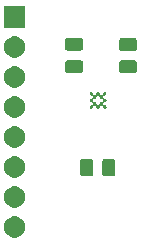
<source format=gbr>
G04 #@! TF.GenerationSoftware,KiCad,Pcbnew,5.1.5*
G04 #@! TF.CreationDate,2020-01-16T19:42:05-06:00*
G04 #@! TF.ProjectId,BMM150,424d4d31-3530-42e6-9b69-6361645f7063,rev?*
G04 #@! TF.SameCoordinates,Original*
G04 #@! TF.FileFunction,Soldermask,Top*
G04 #@! TF.FilePolarity,Negative*
%FSLAX46Y46*%
G04 Gerber Fmt 4.6, Leading zero omitted, Abs format (unit mm)*
G04 Created by KiCad (PCBNEW 5.1.5) date 2020-01-16 19:42:05*
%MOMM*%
%LPD*%
G04 APERTURE LIST*
%ADD10C,0.100000*%
G04 APERTURE END LIST*
D10*
G36*
X137828513Y-125388928D02*
G01*
X137977813Y-125418625D01*
X138141785Y-125486545D01*
X138289355Y-125585148D01*
X138414854Y-125710647D01*
X138513457Y-125858217D01*
X138581377Y-126022189D01*
X138616001Y-126196260D01*
X138616001Y-126373742D01*
X138581377Y-126547813D01*
X138513457Y-126711785D01*
X138414854Y-126859355D01*
X138289355Y-126984854D01*
X138141785Y-127083457D01*
X137977813Y-127151377D01*
X137828513Y-127181074D01*
X137803743Y-127186001D01*
X137626259Y-127186001D01*
X137601489Y-127181074D01*
X137452189Y-127151377D01*
X137288217Y-127083457D01*
X137140647Y-126984854D01*
X137015148Y-126859355D01*
X136916545Y-126711785D01*
X136848625Y-126547813D01*
X136814001Y-126373742D01*
X136814001Y-126196260D01*
X136848625Y-126022189D01*
X136916545Y-125858217D01*
X137015148Y-125710647D01*
X137140647Y-125585148D01*
X137288217Y-125486545D01*
X137452189Y-125418625D01*
X137601489Y-125388928D01*
X137626259Y-125384001D01*
X137803743Y-125384001D01*
X137828513Y-125388928D01*
G37*
G36*
X137828513Y-122848928D02*
G01*
X137977813Y-122878625D01*
X138141785Y-122946545D01*
X138289355Y-123045148D01*
X138414854Y-123170647D01*
X138513457Y-123318217D01*
X138581377Y-123482189D01*
X138616001Y-123656260D01*
X138616001Y-123833742D01*
X138581377Y-124007813D01*
X138513457Y-124171785D01*
X138414854Y-124319355D01*
X138289355Y-124444854D01*
X138141785Y-124543457D01*
X137977813Y-124611377D01*
X137828513Y-124641074D01*
X137803743Y-124646001D01*
X137626259Y-124646001D01*
X137601489Y-124641074D01*
X137452189Y-124611377D01*
X137288217Y-124543457D01*
X137140647Y-124444854D01*
X137015148Y-124319355D01*
X136916545Y-124171785D01*
X136848625Y-124007813D01*
X136814001Y-123833742D01*
X136814001Y-123656260D01*
X136848625Y-123482189D01*
X136916545Y-123318217D01*
X137015148Y-123170647D01*
X137140647Y-123045148D01*
X137288217Y-122946545D01*
X137452189Y-122878625D01*
X137601489Y-122848928D01*
X137626259Y-122844001D01*
X137803743Y-122844001D01*
X137828513Y-122848928D01*
G37*
G36*
X137828513Y-120308928D02*
G01*
X137977813Y-120338625D01*
X138141785Y-120406545D01*
X138289355Y-120505148D01*
X138414854Y-120630647D01*
X138513457Y-120778217D01*
X138581377Y-120942189D01*
X138616001Y-121116260D01*
X138616001Y-121293742D01*
X138581377Y-121467813D01*
X138513457Y-121631785D01*
X138414854Y-121779355D01*
X138289355Y-121904854D01*
X138141785Y-122003457D01*
X137977813Y-122071377D01*
X137828513Y-122101074D01*
X137803743Y-122106001D01*
X137626259Y-122106001D01*
X137601489Y-122101074D01*
X137452189Y-122071377D01*
X137288217Y-122003457D01*
X137140647Y-121904854D01*
X137015148Y-121779355D01*
X136916545Y-121631785D01*
X136848625Y-121467813D01*
X136814001Y-121293742D01*
X136814001Y-121116260D01*
X136848625Y-120942189D01*
X136916545Y-120778217D01*
X137015148Y-120630647D01*
X137140647Y-120505148D01*
X137288217Y-120406545D01*
X137452189Y-120338625D01*
X137601489Y-120308928D01*
X137626259Y-120304001D01*
X137803743Y-120304001D01*
X137828513Y-120308928D01*
G37*
G36*
X146059468Y-120503565D02*
G01*
X146098138Y-120515296D01*
X146133777Y-120534346D01*
X146165017Y-120559983D01*
X146190654Y-120591223D01*
X146209704Y-120626862D01*
X146221435Y-120665532D01*
X146226000Y-120711888D01*
X146226000Y-121788112D01*
X146221435Y-121834468D01*
X146209704Y-121873138D01*
X146190654Y-121908777D01*
X146165017Y-121940017D01*
X146133777Y-121965654D01*
X146098138Y-121984704D01*
X146059468Y-121996435D01*
X146013112Y-122001000D01*
X145361888Y-122001000D01*
X145315532Y-121996435D01*
X145276862Y-121984704D01*
X145241223Y-121965654D01*
X145209983Y-121940017D01*
X145184346Y-121908777D01*
X145165296Y-121873138D01*
X145153565Y-121834468D01*
X145149000Y-121788112D01*
X145149000Y-120711888D01*
X145153565Y-120665532D01*
X145165296Y-120626862D01*
X145184346Y-120591223D01*
X145209983Y-120559983D01*
X145241223Y-120534346D01*
X145276862Y-120515296D01*
X145315532Y-120503565D01*
X145361888Y-120499000D01*
X146013112Y-120499000D01*
X146059468Y-120503565D01*
G37*
G36*
X144184468Y-120503565D02*
G01*
X144223138Y-120515296D01*
X144258777Y-120534346D01*
X144290017Y-120559983D01*
X144315654Y-120591223D01*
X144334704Y-120626862D01*
X144346435Y-120665532D01*
X144351000Y-120711888D01*
X144351000Y-121788112D01*
X144346435Y-121834468D01*
X144334704Y-121873138D01*
X144315654Y-121908777D01*
X144290017Y-121940017D01*
X144258777Y-121965654D01*
X144223138Y-121984704D01*
X144184468Y-121996435D01*
X144138112Y-122001000D01*
X143486888Y-122001000D01*
X143440532Y-121996435D01*
X143401862Y-121984704D01*
X143366223Y-121965654D01*
X143334983Y-121940017D01*
X143309346Y-121908777D01*
X143290296Y-121873138D01*
X143278565Y-121834468D01*
X143274000Y-121788112D01*
X143274000Y-120711888D01*
X143278565Y-120665532D01*
X143290296Y-120626862D01*
X143309346Y-120591223D01*
X143334983Y-120559983D01*
X143366223Y-120534346D01*
X143401862Y-120515296D01*
X143440532Y-120503565D01*
X143486888Y-120499000D01*
X144138112Y-120499000D01*
X144184468Y-120503565D01*
G37*
G36*
X137828513Y-117768928D02*
G01*
X137977813Y-117798625D01*
X138141785Y-117866545D01*
X138289355Y-117965148D01*
X138414854Y-118090647D01*
X138513457Y-118238217D01*
X138581377Y-118402189D01*
X138616001Y-118576260D01*
X138616001Y-118753742D01*
X138581377Y-118927813D01*
X138513457Y-119091785D01*
X138414854Y-119239355D01*
X138289355Y-119364854D01*
X138141785Y-119463457D01*
X137977813Y-119531377D01*
X137828513Y-119561074D01*
X137803743Y-119566001D01*
X137626259Y-119566001D01*
X137601489Y-119561074D01*
X137452189Y-119531377D01*
X137288217Y-119463457D01*
X137140647Y-119364854D01*
X137015148Y-119239355D01*
X136916545Y-119091785D01*
X136848625Y-118927813D01*
X136814001Y-118753742D01*
X136814001Y-118576260D01*
X136848625Y-118402189D01*
X136916545Y-118238217D01*
X137015148Y-118090647D01*
X137140647Y-117965148D01*
X137288217Y-117866545D01*
X137452189Y-117798625D01*
X137601489Y-117768928D01*
X137626259Y-117764001D01*
X137803743Y-117764001D01*
X137828513Y-117768928D01*
G37*
G36*
X137828513Y-115228928D02*
G01*
X137977813Y-115258625D01*
X138141785Y-115326545D01*
X138289355Y-115425148D01*
X138414854Y-115550647D01*
X138513457Y-115698217D01*
X138581377Y-115862189D01*
X138602879Y-115970290D01*
X138613775Y-116025066D01*
X138616001Y-116036260D01*
X138616001Y-116213742D01*
X138581377Y-116387813D01*
X138513457Y-116551785D01*
X138414854Y-116699355D01*
X138289355Y-116824854D01*
X138141785Y-116923457D01*
X137977813Y-116991377D01*
X137828513Y-117021074D01*
X137803743Y-117026001D01*
X137626259Y-117026001D01*
X137601489Y-117021074D01*
X137452189Y-116991377D01*
X137288217Y-116923457D01*
X137140647Y-116824854D01*
X137015148Y-116699355D01*
X136916545Y-116551785D01*
X136848625Y-116387813D01*
X136814001Y-116213742D01*
X136814001Y-116036260D01*
X136816228Y-116025066D01*
X136827123Y-115970290D01*
X136848625Y-115862189D01*
X136916545Y-115698217D01*
X137015148Y-115550647D01*
X137140647Y-115425148D01*
X137288217Y-115326545D01*
X137452189Y-115258625D01*
X137601489Y-115228928D01*
X137626259Y-115224001D01*
X137803743Y-115224001D01*
X137828513Y-115228928D01*
G37*
G36*
X144258045Y-114858802D02*
G01*
X144285525Y-114870185D01*
X144310257Y-114886710D01*
X144331290Y-114907743D01*
X144347815Y-114932475D01*
X144359198Y-114959955D01*
X144365000Y-114989128D01*
X144365000Y-115011001D01*
X144367402Y-115035387D01*
X144374515Y-115058836D01*
X144386066Y-115080447D01*
X144401611Y-115099389D01*
X144420553Y-115114934D01*
X144442164Y-115126485D01*
X144465613Y-115133598D01*
X144489999Y-115136000D01*
X144504001Y-115136000D01*
X144528387Y-115133598D01*
X144551836Y-115126485D01*
X144573447Y-115114934D01*
X144592389Y-115099389D01*
X144607934Y-115080447D01*
X144619485Y-115058836D01*
X144626598Y-115035387D01*
X144629000Y-115011001D01*
X144629000Y-114989128D01*
X144634802Y-114959955D01*
X144646185Y-114932475D01*
X144662710Y-114907743D01*
X144683743Y-114886710D01*
X144708475Y-114870185D01*
X144735955Y-114858802D01*
X144765128Y-114853000D01*
X144794872Y-114853000D01*
X144824045Y-114858802D01*
X144851525Y-114870185D01*
X144876257Y-114886710D01*
X144897290Y-114907743D01*
X144913815Y-114932475D01*
X144925198Y-114959955D01*
X144931000Y-114989128D01*
X144931000Y-115011001D01*
X144933402Y-115035387D01*
X144940515Y-115058836D01*
X144952066Y-115080447D01*
X144967611Y-115099389D01*
X144986553Y-115114934D01*
X145008164Y-115126485D01*
X145031613Y-115133598D01*
X145055999Y-115136000D01*
X145070001Y-115136000D01*
X145094387Y-115133598D01*
X145117836Y-115126485D01*
X145139447Y-115114934D01*
X145158389Y-115099389D01*
X145173934Y-115080447D01*
X145185485Y-115058836D01*
X145192598Y-115035387D01*
X145195000Y-115011001D01*
X145195000Y-114989128D01*
X145200802Y-114959955D01*
X145212185Y-114932475D01*
X145228710Y-114907743D01*
X145249743Y-114886710D01*
X145274475Y-114870185D01*
X145301955Y-114858802D01*
X145331128Y-114853000D01*
X145360872Y-114853000D01*
X145390045Y-114858802D01*
X145417525Y-114870185D01*
X145442257Y-114886710D01*
X145463290Y-114907743D01*
X145479815Y-114932475D01*
X145491198Y-114959955D01*
X145497000Y-114989128D01*
X145497000Y-115018872D01*
X145491198Y-115048045D01*
X145479815Y-115075525D01*
X145463290Y-115100257D01*
X145442257Y-115121290D01*
X145417525Y-115137815D01*
X145390045Y-115149198D01*
X145360872Y-115155000D01*
X145338999Y-115155000D01*
X145314613Y-115157402D01*
X145291164Y-115164515D01*
X145269553Y-115176066D01*
X145250611Y-115191611D01*
X145235066Y-115210553D01*
X145223515Y-115232164D01*
X145216402Y-115255613D01*
X145214000Y-115279999D01*
X145214000Y-115294001D01*
X145216402Y-115318387D01*
X145223515Y-115341836D01*
X145235066Y-115363447D01*
X145250611Y-115382389D01*
X145269553Y-115397934D01*
X145291164Y-115409485D01*
X145314613Y-115416598D01*
X145338999Y-115419000D01*
X145360872Y-115419000D01*
X145390045Y-115424802D01*
X145417525Y-115436185D01*
X145442257Y-115452710D01*
X145463290Y-115473743D01*
X145479815Y-115498475D01*
X145491198Y-115525955D01*
X145497000Y-115555128D01*
X145497000Y-115584872D01*
X145491198Y-115614045D01*
X145479815Y-115641525D01*
X145463290Y-115666257D01*
X145442257Y-115687290D01*
X145417525Y-115703815D01*
X145390045Y-115715198D01*
X145360872Y-115721000D01*
X145338999Y-115721000D01*
X145314613Y-115723402D01*
X145291164Y-115730515D01*
X145269553Y-115742066D01*
X145250611Y-115757611D01*
X145235066Y-115776553D01*
X145223515Y-115798164D01*
X145216402Y-115821613D01*
X145214000Y-115845999D01*
X145214000Y-115860001D01*
X145216402Y-115884387D01*
X145223515Y-115907836D01*
X145235066Y-115929447D01*
X145250611Y-115948389D01*
X145269553Y-115963934D01*
X145291164Y-115975485D01*
X145314613Y-115982598D01*
X145338999Y-115985000D01*
X145360872Y-115985000D01*
X145390045Y-115990802D01*
X145417525Y-116002185D01*
X145442257Y-116018710D01*
X145463290Y-116039743D01*
X145479815Y-116064475D01*
X145491198Y-116091955D01*
X145497000Y-116121128D01*
X145497000Y-116150872D01*
X145491198Y-116180045D01*
X145479815Y-116207525D01*
X145463290Y-116232257D01*
X145442257Y-116253290D01*
X145417525Y-116269815D01*
X145390045Y-116281198D01*
X145360872Y-116287000D01*
X145331128Y-116287000D01*
X145301955Y-116281198D01*
X145274475Y-116269815D01*
X145249743Y-116253290D01*
X145228710Y-116232257D01*
X145212185Y-116207525D01*
X145200802Y-116180045D01*
X145195000Y-116150872D01*
X145195000Y-116128999D01*
X145192598Y-116104613D01*
X145185485Y-116081164D01*
X145173934Y-116059553D01*
X145158389Y-116040611D01*
X145139447Y-116025066D01*
X145117836Y-116013515D01*
X145094387Y-116006402D01*
X145070001Y-116004000D01*
X145055999Y-116004000D01*
X145031613Y-116006402D01*
X145008164Y-116013515D01*
X144986553Y-116025066D01*
X144967611Y-116040611D01*
X144952066Y-116059553D01*
X144940515Y-116081164D01*
X144933402Y-116104613D01*
X144931000Y-116128999D01*
X144931000Y-116150872D01*
X144925198Y-116180045D01*
X144913815Y-116207525D01*
X144897290Y-116232257D01*
X144876257Y-116253290D01*
X144851525Y-116269815D01*
X144824045Y-116281198D01*
X144794872Y-116287000D01*
X144765128Y-116287000D01*
X144735955Y-116281198D01*
X144708475Y-116269815D01*
X144683743Y-116253290D01*
X144662710Y-116232257D01*
X144646185Y-116207525D01*
X144634802Y-116180045D01*
X144629000Y-116150872D01*
X144629000Y-116128999D01*
X144626598Y-116104613D01*
X144619485Y-116081164D01*
X144607934Y-116059553D01*
X144592389Y-116040611D01*
X144573447Y-116025066D01*
X144551836Y-116013515D01*
X144528387Y-116006402D01*
X144504001Y-116004000D01*
X144489999Y-116004000D01*
X144465613Y-116006402D01*
X144442164Y-116013515D01*
X144420553Y-116025066D01*
X144401611Y-116040611D01*
X144386066Y-116059553D01*
X144374515Y-116081164D01*
X144367402Y-116104613D01*
X144365000Y-116128999D01*
X144365000Y-116150872D01*
X144359198Y-116180045D01*
X144347815Y-116207525D01*
X144331290Y-116232257D01*
X144310257Y-116253290D01*
X144285525Y-116269815D01*
X144258045Y-116281198D01*
X144228872Y-116287000D01*
X144199128Y-116287000D01*
X144169955Y-116281198D01*
X144142475Y-116269815D01*
X144117743Y-116253290D01*
X144096710Y-116232257D01*
X144080185Y-116207525D01*
X144068802Y-116180045D01*
X144063000Y-116150872D01*
X144063000Y-116121128D01*
X144068802Y-116091955D01*
X144080185Y-116064475D01*
X144096710Y-116039743D01*
X144117743Y-116018710D01*
X144142475Y-116002185D01*
X144169955Y-115990802D01*
X144199128Y-115985000D01*
X144221001Y-115985000D01*
X144245387Y-115982598D01*
X144268836Y-115975485D01*
X144290447Y-115963934D01*
X144309389Y-115948389D01*
X144324934Y-115929447D01*
X144336485Y-115907836D01*
X144343598Y-115884387D01*
X144346000Y-115860001D01*
X144346000Y-115845999D01*
X144343598Y-115821613D01*
X144336485Y-115798164D01*
X144324934Y-115776553D01*
X144309389Y-115757611D01*
X144290447Y-115742066D01*
X144268836Y-115730515D01*
X144245387Y-115723402D01*
X144221001Y-115721000D01*
X144199128Y-115721000D01*
X144169955Y-115715198D01*
X144142475Y-115703815D01*
X144117743Y-115687290D01*
X144096710Y-115666257D01*
X144080185Y-115641525D01*
X144068802Y-115614045D01*
X144063000Y-115584872D01*
X144063000Y-115562999D01*
X144365000Y-115562999D01*
X144365000Y-115577001D01*
X144367402Y-115601387D01*
X144374515Y-115624836D01*
X144386066Y-115646447D01*
X144401611Y-115665389D01*
X144420553Y-115680934D01*
X144442164Y-115692485D01*
X144465613Y-115699598D01*
X144489999Y-115702000D01*
X144511872Y-115702000D01*
X144541045Y-115707802D01*
X144568525Y-115719185D01*
X144593257Y-115735710D01*
X144614290Y-115756743D01*
X144630815Y-115781475D01*
X144642198Y-115808955D01*
X144644715Y-115821613D01*
X144648000Y-115838129D01*
X144648000Y-115860001D01*
X144650402Y-115884387D01*
X144657515Y-115907836D01*
X144669066Y-115929447D01*
X144684611Y-115948389D01*
X144703553Y-115963934D01*
X144725164Y-115975485D01*
X144748613Y-115982598D01*
X144772999Y-115985000D01*
X144787001Y-115985000D01*
X144811387Y-115982598D01*
X144834836Y-115975485D01*
X144856447Y-115963934D01*
X144875389Y-115948389D01*
X144890934Y-115929447D01*
X144902485Y-115907836D01*
X144909598Y-115884387D01*
X144912000Y-115860001D01*
X144912000Y-115838129D01*
X144915285Y-115821613D01*
X144917802Y-115808955D01*
X144929185Y-115781475D01*
X144945710Y-115756743D01*
X144966743Y-115735710D01*
X144991475Y-115719185D01*
X145018955Y-115707802D01*
X145048128Y-115702000D01*
X145070001Y-115702000D01*
X145094387Y-115699598D01*
X145117836Y-115692485D01*
X145139447Y-115680934D01*
X145158389Y-115665389D01*
X145173934Y-115646447D01*
X145185485Y-115624836D01*
X145192598Y-115601387D01*
X145195000Y-115577001D01*
X145195000Y-115562999D01*
X145192598Y-115538613D01*
X145185485Y-115515164D01*
X145173934Y-115493553D01*
X145158389Y-115474611D01*
X145139447Y-115459066D01*
X145117836Y-115447515D01*
X145094387Y-115440402D01*
X145070001Y-115438000D01*
X145048128Y-115438000D01*
X145018955Y-115432198D01*
X144991475Y-115420815D01*
X144966743Y-115404290D01*
X144945710Y-115383257D01*
X144929185Y-115358525D01*
X144917802Y-115331045D01*
X144912000Y-115301872D01*
X144912000Y-115279999D01*
X144909598Y-115255613D01*
X144902485Y-115232164D01*
X144890934Y-115210553D01*
X144875389Y-115191611D01*
X144856447Y-115176066D01*
X144834836Y-115164515D01*
X144811387Y-115157402D01*
X144787001Y-115155000D01*
X144772999Y-115155000D01*
X144748613Y-115157402D01*
X144725164Y-115164515D01*
X144703553Y-115176066D01*
X144684611Y-115191611D01*
X144669066Y-115210553D01*
X144657515Y-115232164D01*
X144650402Y-115255613D01*
X144648000Y-115279999D01*
X144648000Y-115301872D01*
X144642198Y-115331045D01*
X144630815Y-115358525D01*
X144614290Y-115383257D01*
X144593257Y-115404290D01*
X144568525Y-115420815D01*
X144541045Y-115432198D01*
X144511872Y-115438000D01*
X144489999Y-115438000D01*
X144465613Y-115440402D01*
X144442164Y-115447515D01*
X144420553Y-115459066D01*
X144401611Y-115474611D01*
X144386066Y-115493553D01*
X144374515Y-115515164D01*
X144367402Y-115538613D01*
X144365000Y-115562999D01*
X144063000Y-115562999D01*
X144063000Y-115555128D01*
X144068802Y-115525955D01*
X144080185Y-115498475D01*
X144096710Y-115473743D01*
X144117743Y-115452710D01*
X144142475Y-115436185D01*
X144169955Y-115424802D01*
X144199128Y-115419000D01*
X144221001Y-115419000D01*
X144245387Y-115416598D01*
X144268836Y-115409485D01*
X144290447Y-115397934D01*
X144309389Y-115382389D01*
X144324934Y-115363447D01*
X144336485Y-115341836D01*
X144343598Y-115318387D01*
X144346000Y-115294001D01*
X144346000Y-115279999D01*
X144343598Y-115255613D01*
X144336485Y-115232164D01*
X144324934Y-115210553D01*
X144309389Y-115191611D01*
X144290447Y-115176066D01*
X144268836Y-115164515D01*
X144245387Y-115157402D01*
X144221001Y-115155000D01*
X144199128Y-115155000D01*
X144169955Y-115149198D01*
X144142475Y-115137815D01*
X144117743Y-115121290D01*
X144096710Y-115100257D01*
X144080185Y-115075525D01*
X144068802Y-115048045D01*
X144063000Y-115018872D01*
X144063000Y-114989128D01*
X144068802Y-114959955D01*
X144080185Y-114932475D01*
X144096710Y-114907743D01*
X144117743Y-114886710D01*
X144142475Y-114870185D01*
X144169955Y-114858802D01*
X144199128Y-114853000D01*
X144228872Y-114853000D01*
X144258045Y-114858802D01*
G37*
G36*
X137828513Y-112688928D02*
G01*
X137977813Y-112718625D01*
X138141785Y-112786545D01*
X138289355Y-112885148D01*
X138414854Y-113010647D01*
X138513457Y-113158217D01*
X138581377Y-113322189D01*
X138616001Y-113496260D01*
X138616001Y-113673742D01*
X138581377Y-113847813D01*
X138513457Y-114011785D01*
X138414854Y-114159355D01*
X138289355Y-114284854D01*
X138141785Y-114383457D01*
X137977813Y-114451377D01*
X137828513Y-114481074D01*
X137803743Y-114486001D01*
X137626259Y-114486001D01*
X137601489Y-114481074D01*
X137452189Y-114451377D01*
X137288217Y-114383457D01*
X137140647Y-114284854D01*
X137015148Y-114159355D01*
X136916545Y-114011785D01*
X136848625Y-113847813D01*
X136814001Y-113673742D01*
X136814001Y-113496260D01*
X136848625Y-113322189D01*
X136916545Y-113158217D01*
X137015148Y-113010647D01*
X137140647Y-112885148D01*
X137288217Y-112786545D01*
X137452189Y-112718625D01*
X137601489Y-112688928D01*
X137626259Y-112684001D01*
X137803743Y-112684001D01*
X137828513Y-112688928D01*
G37*
G36*
X147904468Y-112166065D02*
G01*
X147943138Y-112177796D01*
X147978777Y-112196846D01*
X148010017Y-112222483D01*
X148035654Y-112253723D01*
X148054704Y-112289362D01*
X148066435Y-112328032D01*
X148071000Y-112374388D01*
X148071000Y-113025612D01*
X148066435Y-113071968D01*
X148054704Y-113110638D01*
X148035654Y-113146277D01*
X148010017Y-113177517D01*
X147978777Y-113203154D01*
X147943138Y-113222204D01*
X147904468Y-113233935D01*
X147858112Y-113238500D01*
X146781888Y-113238500D01*
X146735532Y-113233935D01*
X146696862Y-113222204D01*
X146661223Y-113203154D01*
X146629983Y-113177517D01*
X146604346Y-113146277D01*
X146585296Y-113110638D01*
X146573565Y-113071968D01*
X146569000Y-113025612D01*
X146569000Y-112374388D01*
X146573565Y-112328032D01*
X146585296Y-112289362D01*
X146604346Y-112253723D01*
X146629983Y-112222483D01*
X146661223Y-112196846D01*
X146696862Y-112177796D01*
X146735532Y-112166065D01*
X146781888Y-112161500D01*
X147858112Y-112161500D01*
X147904468Y-112166065D01*
G37*
G36*
X143334468Y-112163565D02*
G01*
X143373138Y-112175296D01*
X143408777Y-112194346D01*
X143440017Y-112219983D01*
X143465654Y-112251223D01*
X143484704Y-112286862D01*
X143496435Y-112325532D01*
X143501000Y-112371888D01*
X143501000Y-113023112D01*
X143496435Y-113069468D01*
X143484704Y-113108138D01*
X143465654Y-113143777D01*
X143440017Y-113175017D01*
X143408777Y-113200654D01*
X143373138Y-113219704D01*
X143334468Y-113231435D01*
X143288112Y-113236000D01*
X142211888Y-113236000D01*
X142165532Y-113231435D01*
X142126862Y-113219704D01*
X142091223Y-113200654D01*
X142059983Y-113175017D01*
X142034346Y-113143777D01*
X142015296Y-113108138D01*
X142003565Y-113069468D01*
X141999000Y-113023112D01*
X141999000Y-112371888D01*
X142003565Y-112325532D01*
X142015296Y-112286862D01*
X142034346Y-112251223D01*
X142059983Y-112219983D01*
X142091223Y-112194346D01*
X142126862Y-112175296D01*
X142165532Y-112163565D01*
X142211888Y-112159000D01*
X143288112Y-112159000D01*
X143334468Y-112163565D01*
G37*
G36*
X137828513Y-110148928D02*
G01*
X137977813Y-110178625D01*
X138141785Y-110246545D01*
X138289355Y-110345148D01*
X138414854Y-110470647D01*
X138513457Y-110618217D01*
X138581377Y-110782189D01*
X138616001Y-110956260D01*
X138616001Y-111133742D01*
X138581377Y-111307813D01*
X138513457Y-111471785D01*
X138414854Y-111619355D01*
X138289355Y-111744854D01*
X138141785Y-111843457D01*
X137977813Y-111911377D01*
X137828513Y-111941074D01*
X137803743Y-111946001D01*
X137626259Y-111946001D01*
X137601489Y-111941074D01*
X137452189Y-111911377D01*
X137288217Y-111843457D01*
X137140647Y-111744854D01*
X137015148Y-111619355D01*
X136916545Y-111471785D01*
X136848625Y-111307813D01*
X136814001Y-111133742D01*
X136814001Y-110956260D01*
X136848625Y-110782189D01*
X136916545Y-110618217D01*
X137015148Y-110470647D01*
X137140647Y-110345148D01*
X137288217Y-110246545D01*
X137452189Y-110178625D01*
X137601489Y-110148928D01*
X137626259Y-110144001D01*
X137803743Y-110144001D01*
X137828513Y-110148928D01*
G37*
G36*
X147904468Y-110291065D02*
G01*
X147943138Y-110302796D01*
X147978777Y-110321846D01*
X148010017Y-110347483D01*
X148035654Y-110378723D01*
X148054704Y-110414362D01*
X148066435Y-110453032D01*
X148071000Y-110499388D01*
X148071000Y-111150612D01*
X148066435Y-111196968D01*
X148054704Y-111235638D01*
X148035654Y-111271277D01*
X148010017Y-111302517D01*
X147978777Y-111328154D01*
X147943138Y-111347204D01*
X147904468Y-111358935D01*
X147858112Y-111363500D01*
X146781888Y-111363500D01*
X146735532Y-111358935D01*
X146696862Y-111347204D01*
X146661223Y-111328154D01*
X146629983Y-111302517D01*
X146604346Y-111271277D01*
X146585296Y-111235638D01*
X146573565Y-111196968D01*
X146569000Y-111150612D01*
X146569000Y-110499388D01*
X146573565Y-110453032D01*
X146585296Y-110414362D01*
X146604346Y-110378723D01*
X146629983Y-110347483D01*
X146661223Y-110321846D01*
X146696862Y-110302796D01*
X146735532Y-110291065D01*
X146781888Y-110286500D01*
X147858112Y-110286500D01*
X147904468Y-110291065D01*
G37*
G36*
X143334468Y-110288565D02*
G01*
X143373138Y-110300296D01*
X143408777Y-110319346D01*
X143440017Y-110344983D01*
X143465654Y-110376223D01*
X143484704Y-110411862D01*
X143496435Y-110450532D01*
X143501000Y-110496888D01*
X143501000Y-111148112D01*
X143496435Y-111194468D01*
X143484704Y-111233138D01*
X143465654Y-111268777D01*
X143440017Y-111300017D01*
X143408777Y-111325654D01*
X143373138Y-111344704D01*
X143334468Y-111356435D01*
X143288112Y-111361000D01*
X142211888Y-111361000D01*
X142165532Y-111356435D01*
X142126862Y-111344704D01*
X142091223Y-111325654D01*
X142059983Y-111300017D01*
X142034346Y-111268777D01*
X142015296Y-111233138D01*
X142003565Y-111194468D01*
X141999000Y-111148112D01*
X141999000Y-110496888D01*
X142003565Y-110450532D01*
X142015296Y-110411862D01*
X142034346Y-110376223D01*
X142059983Y-110344983D01*
X142091223Y-110319346D01*
X142126862Y-110300296D01*
X142165532Y-110288565D01*
X142211888Y-110284000D01*
X143288112Y-110284000D01*
X143334468Y-110288565D01*
G37*
G36*
X138616001Y-109406001D02*
G01*
X136814001Y-109406001D01*
X136814001Y-107604001D01*
X138616001Y-107604001D01*
X138616001Y-109406001D01*
G37*
M02*

</source>
